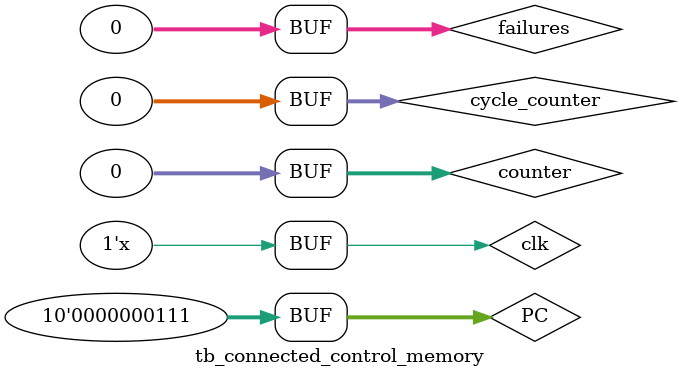
<source format=v>
module tb_connected_control_memory();

//Inputs
reg clk;
reg [9:0] PC;
reg [15:0] data;

//Outputs
wire ALUSrc;
wire MemtoReg;
wire RegDst;
wire RegWrite;
wire MemRead;
wire MemWrite;
wire Branch;
	
wire MemOut;

connected_control_memory UUT
(
	.clk(clk) ,	// input  clk_sig
	.PC(PC) ,	// input [10:0] PC_sig
	.datain(data) ,	// input [15:0] datain_sig
	
	.ALUSrc(ALUSrc) ,	// output  ALUSrc_sig
	.MemtoReg(MemtoReg) ,	// output  MemtoReg_sig
	.RegDst(RegDst) ,	// output  RegDst_sig
	.RegWrite(RegWrite) ,	// output  RegWrite_sig
	.MemRead(MemRead) ,	// output  MemRead_sig
	.MemWrite(MemWrite) ,	// output  MemWrite_sig
	.Branch(Branch) 	// output  Branch_sig
);

parameter HALF_PERIOD=50;
parameter PERIOD = HALF_PERIOD * 2;

integer cycle_counter = 0;
integer counter = 0;
integer failures = 0;

always #HALF_PERIOD clk = ~clk;

initial begin
	$display("Initializing the UUT");
	
	clk = 0;
	PC = 'h004;
	failures = 0;
	counter = 0;
	#PERIOD;
	#PERIOD;
	#PERIOD;
	
	
	$display("Testing R-type");
	counter = counter + 1;
	//if (q != 'h1234) begin
	//	failures = failures + 1;
	//	$display("%t (Reading) Error at cycle %d, output = %d, expecting = h'1234", 
	//	   			$time, counter, q);
	//end
	
	PC = 'h005;
	#PERIOD;
	$display("Testing lw");
	counter = counter + 1;

	PC = 'h006;
	#PERIOD;
	$display("Testing sw");
	counter = counter + 1;
	
	PC = 'h007;
	#PERIOD;
	$display("Testing beq");
	counter = counter + 1;

end

endmodule

</source>
